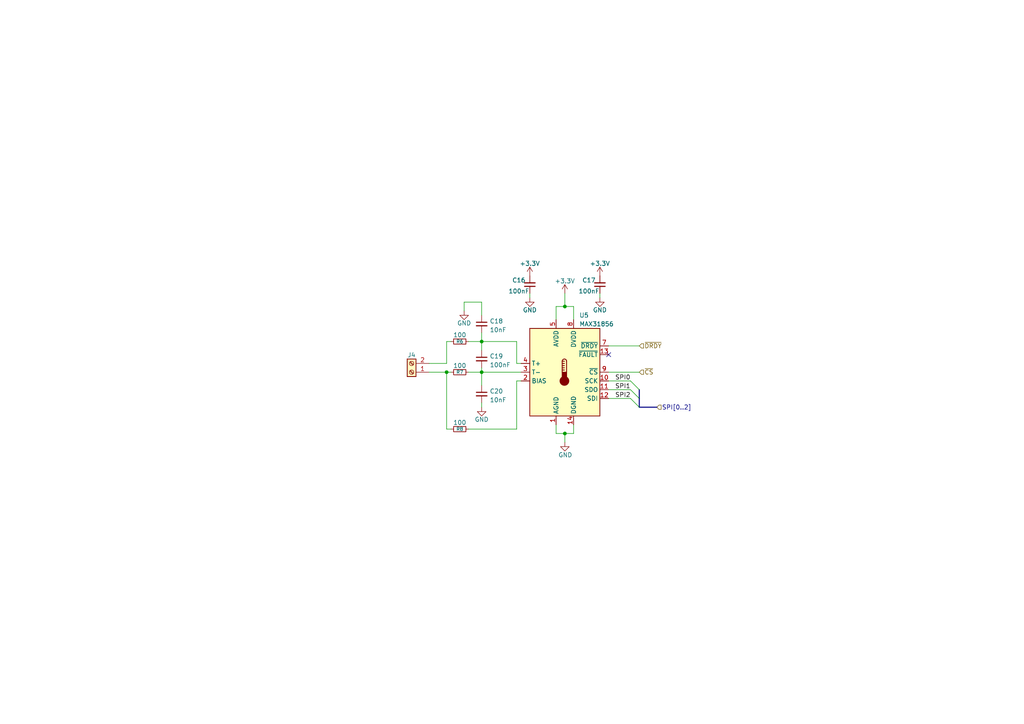
<source format=kicad_sch>
(kicad_sch (version 20211123) (generator eeschema)
  (paper "A4")
  (title_block (title "Cartridge Heater with T-type thermocouples control card") (date "2023-01-13") (rev "0.1") (company "Astraveus") (comment 1 "Author : Mathis Lacombe") (comment 2 "Technical test - job interview 01/13/2023"))
  (lib_symbols
    (symbol "Connector:Screw_Terminal_01x02" (pin_names (offset 1.016) hide)
      (property "Reference" "J" (at 0 2.54 0))
      (property "Value" "Screw_Terminal_01x02" (at 0 -5.08 0))
      (symbol "Screw_Terminal_01x02_1_1"
        (rectangle (start -1.27 1.27) (end 1.27 -3.81) (stroke (width 0.254)) (fill (type background)))
        (circle (center 0 -2.54) (radius 0.635) (stroke (width 0.1524)))
        (polyline (pts (xy -0.5334 -2.2098) (xy 0.3302 -3.048)) (stroke (width 0.1524)))
        (polyline (pts (xy -0.5334 0.3302) (xy 0.3302 -0.508)) (stroke (width 0.1524)))
        (polyline (pts (xy -0.3556 -2.032) (xy 0.508 -2.8702)) (stroke (width 0.1524)))
        (polyline (pts (xy -0.3556 0.508) (xy 0.508 -0.3302)) (stroke (width 0.1524)))
        (circle (center 0 0) (radius 0.635) (stroke (width 0.1524)))
        (pin passive line (at -5.08 0 0) (length 3.81) (name "Pin_1") (number "1"))
        (pin passive line (at -5.08 -2.54 0) (length 3.81) (name "Pin_2") (number "2"))
      )
    )
    (symbol "Device:C_Small" (pin_numbers hide) (pin_names (offset 0.254) hide)
      (property "Reference" "C" (at 0.254 1.778 0))
      (property "Value" "C_Small" (at 0.254 -2.032 0))
      (symbol "C_Small_0_1"
        (polyline (pts (xy -1.524 -0.508) (xy 1.524 -0.508)) (stroke (width 0.3302)))
        (polyline (pts (xy -1.524 0.508) (xy 1.524 0.508)) (stroke (width 0.3048)))
      )
      (symbol "C_Small_1_1"
        (pin passive line (at 0 2.54 270) (length 2.032) (name "~") (number "1"))
        (pin passive line (at 0 -2.54 90) (length 2.032) (name "~") (number "2"))
      )
    )
    (symbol "Device:R_Small" (pin_numbers hide) (pin_names (offset 0.254) hide)
      (property "Reference" "R" (at 0.762 0.508 0))
      (property "Value" "R_Small" (at 0.762 -1.016 0))
      (symbol "R_Small_0_1"
        (rectangle (start -0.762 1.778) (end 0.762 -1.778) (stroke (width 0.2032)))
      )
      (symbol "R_Small_1_1"
        (pin passive line (at 0 2.54 270) (length 0.762) (name "~") (number "1"))
        (pin passive line (at 0 -2.54 90) (length 0.762) (name "~") (number "2"))
      )
    )
    (symbol "Sensor_Temperature:MAX31856"
      (property "Reference" "U" (at -7.62 13.97 0))
      (property "Value" "MAX31856" (at 13.97 13.97 0))
      (symbol "MAX31856_0_1"
        (rectangle (start -10.16 12.7) (end 10.16 -12.7) (stroke (width 0.254)) (fill (type background)))
        (circle (center -0.127 -2.54) (radius 1.27) (stroke (width 0.254)) (fill (type outline)))
        (polyline (pts (xy -0.762 0.635) (xy -0.127 0.635)) (stroke (width 0.254)))
        (polyline (pts (xy -0.762 1.27) (xy -0.127 1.27)) (stroke (width 0.254)))
        (polyline (pts (xy -0.762 1.905) (xy -0.127 1.905)) (stroke (width 0.254)))
        (polyline (pts (xy -0.762 2.54) (xy -0.127 2.54)) (stroke (width 0.254)))
        (polyline (pts (xy -0.762 3.175) (xy -0.762 0)) (stroke (width 0.254)))
        (polyline (pts (xy -0.762 3.175) (xy -0.127 3.175)) (stroke (width 0.254)))
        (polyline (pts (xy 0.508 3.175) (xy 0.508 0)) (stroke (width 0.254)))
        (rectangle (start 0.508 -1.905) (end -0.762 0) (stroke (width 0.254)) (fill (type outline)))
        (arc (start 0.508 3.175) (mid -0.127 3.81) (end -0.762 3.175) (stroke (width 0.254)))
      )
      (symbol "MAX31856_1_1"
        (pin power_in line (at -2.54 -15.24 90) (length 2.54) (name "AGND") (number "1"))
        (pin input line (at 12.7 -2.54 180) (length 2.54) (name "SCK") (number "10"))
        (pin output line (at 12.7 -5.08 180) (length 2.54) (name "SDO") (number "11"))
        (pin input line (at 12.7 -7.62 180) (length 2.54) (name "SDI") (number "12"))
        (pin output line (at 12.7 5.08 180) (length 2.54) (name "~{FAULT}") (number "13"))
        (pin power_in line (at 2.54 -15.24 90) (length 2.54) (name "DGND") (number "14"))
        (pin input line (at -12.7 -2.54 0) (length 2.54) (name "BIAS") (number "2"))
        (pin input line (at -12.7 0 0) (length 2.54) (name "T-") (number "3"))
        (pin input line (at -12.7 2.54 0) (length 2.54) (name "T+") (number "4"))
        (pin power_in line (at -2.54 15.24 270) (length 2.54) (name "AVDD") (number "5"))
        (pin no_connect line (at -10.16 -7.62 0) (length 2.54) hide (name "DNC") (number "6"))
        (pin output line (at 12.7 7.62 180) (length 2.54) (name "~{DRDY}") (number "7"))
        (pin power_in line (at 2.54 15.24 270) (length 2.54) (name "DVDD") (number "8"))
        (pin input line (at 12.7 0 180) (length 2.54) (name "~{CS}") (number "9"))
      )
    )
    (symbol "power:+3.3V" (power) (pin_names (offset 0))
      (property "Value" "+3.3V" (at 0 3.556 0))
      (symbol "+3.3V_0_1"
        (polyline (pts (xy -0.762 1.27) (xy 0 2.54)))
        (polyline (pts (xy 0 0) (xy 0 2.54)))
        (polyline (pts (xy 0 2.54) (xy 0.762 1.27)))
      )
      (symbol "+3.3V_1_1"
        (pin power_in line (at 0 0 90) (length 0) hide (name "+3.3V") (number "1"))
      )
    )
    (symbol "power:GND" (power) (pin_names (offset 0))
      (property "Value" "GND" (at 0 -3.81 0))
      (symbol "GND_0_1"
        (polyline (pts (xy 0 0) (xy 0 -1.27) (xy 1.27 -1.27) (xy 0 -2.54) (xy -1.27 -1.27) (xy 0 -1.27)))
      )
      (symbol "GND_1_1"
        (pin power_in line (at 0 0 270) (length 0) hide (name "GND") (number "1"))
      )
    )
  )
  (bus_alias "SPI" (members "0" "1" "2"))
  (junction (at 129.54 107.95))
  (junction (at 163.83 125.73))
  (junction (at 139.7 107.95))
  (junction (at 139.7 99.06))
  (junction (at 163.83 88.9))
  (no_connect (at 176.53 102.87))
  (bus_entry (at 185.42 118.11) (size -2.54 -2.54))
  (bus_entry (at 185.42 115.57) (size -2.54 -2.54))
  (bus_entry (at 185.42 113.03) (size -2.54 -2.54))
  (wire (pts (xy 163.83 88.9) (xy 166.37 88.9)))
  (wire (pts (xy 163.83 85.09) (xy 163.83 88.9)))
  (wire (pts (xy 129.54 99.06) (xy 130.81 99.06)))
  (wire (pts (xy 129.54 124.46) (xy 130.81 124.46)))
  (wire (pts (xy 139.7 116.84) (xy 139.7 118.11)))
  (wire (pts (xy 139.7 107.95) (xy 139.7 111.76)))
  (wire (pts (xy 139.7 107.95) (xy 151.13 107.95)))
  (wire (pts (xy 151.13 105.41) (xy 149.86 105.41)))
  (bus (pts (xy 185.42 118.11) (xy 190.5 118.11)))
  (wire (pts (xy 149.86 105.41) (xy 149.86 99.06)))
  (wire (pts (xy 149.86 124.46) (xy 135.89 124.46)))
  (wire (pts (xy 153.67 85.09) (xy 153.67 86.36)))
  (wire (pts (xy 124.46 107.95) (xy 129.54 107.95)))
  (wire (pts (xy 163.83 125.73) (xy 163.83 128.27)))
  (wire (pts (xy 124.46 105.41) (xy 129.54 105.41)))
  (wire (pts (xy 149.86 110.49) (xy 149.86 124.46)))
  (bus (pts (xy 185.42 113.03) (xy 185.42 115.57)))
  (wire (pts (xy 182.88 113.03) (xy 176.53 113.03)))
  (bus (pts (xy 185.42 115.57) (xy 185.42 118.11)))
  (wire (pts (xy 135.89 107.95) (xy 139.7 107.95)))
  (wire (pts (xy 139.7 99.06) (xy 139.7 101.6)))
  (wire (pts (xy 129.54 107.95) (xy 130.81 107.95)))
  (wire (pts (xy 176.53 107.95) (xy 185.42 107.95)))
  (wire (pts (xy 134.62 87.63) (xy 134.62 90.17)))
  (wire (pts (xy 129.54 107.95) (xy 129.54 124.46)))
  (wire (pts (xy 161.29 92.71) (xy 161.29 88.9)))
  (wire (pts (xy 139.7 106.68) (xy 139.7 107.95)))
  (wire (pts (xy 139.7 87.63) (xy 134.62 87.63)))
  (wire (pts (xy 139.7 96.52) (xy 139.7 99.06)))
  (wire (pts (xy 135.89 99.06) (xy 139.7 99.06)))
  (wire (pts (xy 129.54 99.06) (xy 129.54 105.41)))
  (wire (pts (xy 173.99 85.09) (xy 173.99 86.36)))
  (wire (pts (xy 166.37 88.9) (xy 166.37 92.71)))
  (wire (pts (xy 182.88 110.49) (xy 176.53 110.49)))
  (wire (pts (xy 166.37 125.73) (xy 166.37 123.19)))
  (wire (pts (xy 161.29 123.19) (xy 161.29 125.73)))
  (wire (pts (xy 151.13 110.49) (xy 149.86 110.49)))
  (wire (pts (xy 163.83 125.73) (xy 166.37 125.73)))
  (wire (pts (xy 139.7 91.44) (xy 139.7 87.63)))
  (wire (pts (xy 176.53 100.33) (xy 185.42 100.33)))
  (wire (pts (xy 161.29 88.9) (xy 163.83 88.9)))
  (wire (pts (xy 182.88 115.57) (xy 176.53 115.57)))
  (wire (pts (xy 161.29 125.73) (xy 163.83 125.73)))
  (wire (pts (xy 149.86 99.06) (xy 139.7 99.06)))
  (label "SPI0" (at 182.88 110.49 180))
  (label "SPI1" (at 182.88 113.03 180))
  (label "SPI2" (at 182.88 115.57 180))
  (hierarchical_label "~{DRDY}" (shape input) (at 185.42 100.33 0))
  (hierarchical_label "SPI[0..2]" (shape input) (at 190.5 118.11 0))
  (hierarchical_label "~{CS}" (shape input) (at 185.42 107.95 0))
  (symbol (lib_id "Device:C_Small") (at 139.7 93.98 0) (unit 1)
    (property "Reference" "C18" (at 142.0241 93.1516 0) (effects (justify left)))
    (property "Value" "10nF" (at 142.0241 95.6885 0) (effects (justify left)))
    (property "Footprint" "Capacitor_SMD:C_0603_1608Metric" (effects hide))
  )
  (symbol (lib_id "Device:R_Small") (at 133.35 107.95 90) (unit 1)
    (property "Reference" "R7" (at 133.35 107.95 90) (effects (font (size 1 1))))
    (property "Value" "100" (at 133.35 106.0505 90))
    (property "Footprint" "Resistor_SMD:R_0603_1608Metric" (effects hide))
  )
  (symbol (lib_id "Connector:Screw_Terminal_01x02") (at 119.38 107.95 180) (unit 1)
    (property "Reference" "J4" (at 119.38 102.9772 0))
    (property "Value" "Screw_Terminal_01x02" (effects hide))
    (property "Footprint" "TerminalBlock:TerminalBlock_Altech_AK300-2_P5.00mm" (effects hide))
  )
  (symbol (lib_id "power:GND") (at 153.67 86.36 0) (mirror y) (unit 1)
    (property "Reference" "#PWR031" (effects hide))
    (property "Value" "GND" (at 153.67 89.916 0))
  )
  (symbol (lib_id "Device:C_Small") (at 153.67 82.55 0) (mirror x) (unit 1)
    (property "Reference" "C16" (at 150.495 81.28 0))
    (property "Value" "100nF" (at 150.495 84.455 0))
    (property "Footprint" "Capacitor_SMD:C_0603_1608Metric" (effects hide))
  )
  (symbol (lib_id "Device:R_Small") (at 133.35 99.06 90) (unit 1)
    (property "Reference" "R6" (at 133.35 99.06 90) (effects (font (size 1 1))))
    (property "Value" "100" (at 133.35 97.155 90))
    (property "Footprint" "Resistor_SMD:R_0603_1608Metric" (effects hide))
  )
  (symbol (lib_id "power:+3.3V") (at 163.83 85.09 0) (unit 1)
    (property "Reference" "#PWR030" (effects hide))
    (property "Value" "+3.3V" (at 163.83 81.5142 0))
  )
  (symbol (lib_id "Sensor_Temperature:MAX31856") (at 163.83 107.95 0) (unit 1)
    (property "Reference" "U5" (at 168.021 91.4431 0) (effects (justify left)))
    (property "Value" "MAX31856" (at 168.021 93.98 0) (effects (justify left)))
    (property "Footprint" "Package_SO:TSSOP-14_4.4x5mm_P0.65mm" (effects hide))
    (property "Datasheet" "https://datasheets.maximintegrated.com/en/ds/MAX31856.pdf" (effects hide))
  )
  (symbol (lib_id "power:+3.3V") (at 173.99 80.01 0) (unit 1)
    (property "Reference" "#PWR029" (effects hide))
    (property "Value" "+3.3V" (at 173.99 76.4342 0))
  )
  (symbol (lib_id "power:GND") (at 134.62 90.17 0) (mirror y) (unit 1)
    (property "Reference" "#PWR033" (effects hide))
    (property "Value" "GND" (at 134.62 93.726 0))
  )
  (symbol (lib_id "power:+3.3V") (at 153.67 80.01 0) (unit 1)
    (property "Reference" "#PWR028" (effects hide))
    (property "Value" "+3.3V" (at 153.67 76.4342 0))
  )
  (symbol (lib_id "Device:R_Small") (at 133.35 124.46 90) (unit 1)
    (property "Reference" "R8" (at 133.35 124.46 90) (effects (font (size 1 1))))
    (property "Value" "100" (at 133.35 122.5605 90))
    (property "Footprint" "Resistor_SMD:R_0603_1608Metric" (effects hide))
  )
  (symbol (lib_id "power:GND") (at 173.99 86.36 0) (mirror y) (unit 1)
    (property "Reference" "#PWR032" (effects hide))
    (property "Value" "GND" (at 173.99 89.916 0))
  )
  (symbol (lib_id "power:GND") (at 139.7 118.11 0) (mirror y) (unit 1)
    (property "Reference" "#PWR034" (effects hide))
    (property "Value" "GND" (at 139.7 121.666 0))
  )
  (symbol (lib_id "Device:C_Small") (at 139.7 114.3 0) (unit 1)
    (property "Reference" "C20" (at 142.0241 113.4716 0) (effects (justify left)))
    (property "Value" "10nF" (at 142.0241 116.0085 0) (effects (justify left)))
    (property "Footprint" "Capacitor_SMD:C_0603_1608Metric" (effects hide))
  )
  (symbol (lib_id "Device:C_Small") (at 139.7 104.14 0) (unit 1)
    (property "Reference" "C19" (at 142.0241 103.3116 0) (effects (justify left)))
    (property "Value" "100nF" (at 142.0241 105.8485 0) (effects (justify left)))
    (property "Footprint" "Capacitor_SMD:C_0603_1608Metric" (effects hide))
  )
  (symbol (lib_id "Device:C_Small") (at 173.99 82.55 0) (mirror x) (unit 1)
    (property "Reference" "C17" (at 170.815 81.28 0))
    (property "Value" "100nF" (at 170.815 84.455 0))
    (property "Footprint" "Capacitor_SMD:C_0603_1608Metric" (effects hide))
  )
  (symbol (lib_id "power:GND") (at 163.83 128.27 0) (unit 1)
    (property "Reference" "#PWR035" (effects hide))
    (property "Value" "GND" (at 163.957 131.953 0))
  )
)
</source>
